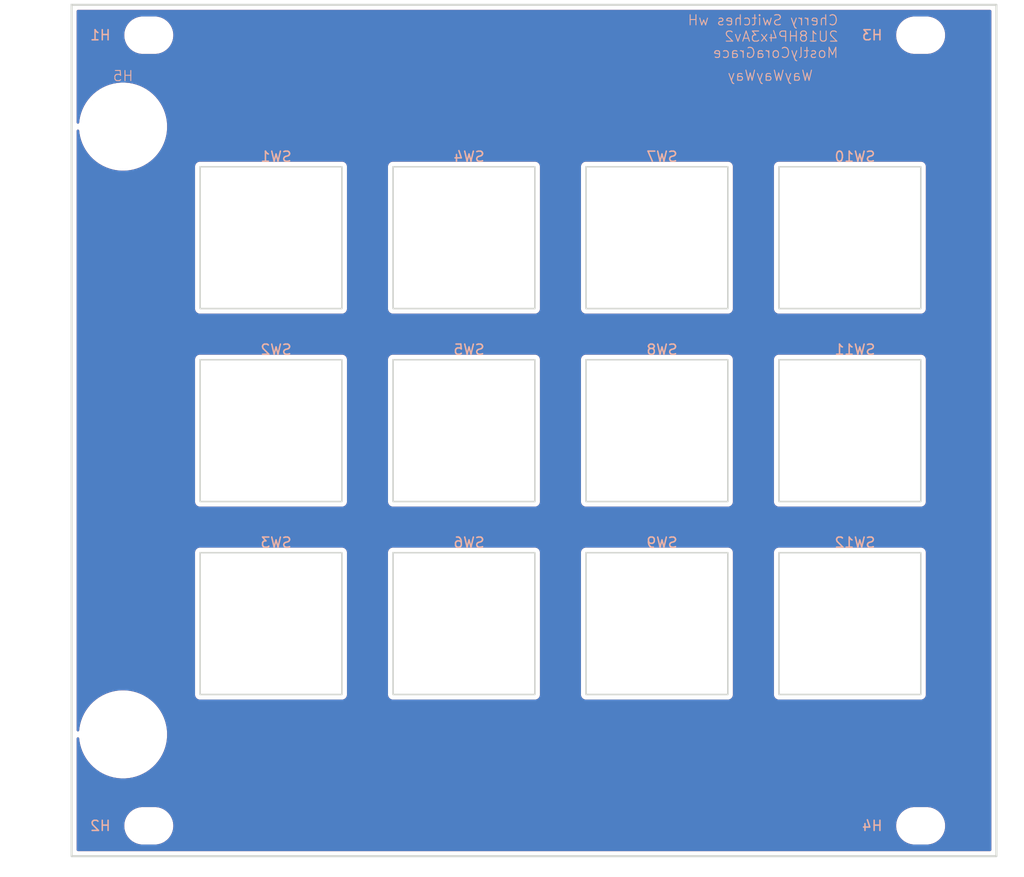
<source format=kicad_pcb>
(kicad_pcb (version 20241229) (generator "pcbnew") (generator_version "9.0")
  (layers (0 "F.Cu" signal) (2 "B.Cu" signal) (13 "F.Paste" user) (15 "B.Paste" user) (5 "F.SilkS" user "F.Silkscreen") (7 "B.SilkS" user "B.Silkscreen") (1 "F.Mask" user) (3 "B.Mask" user) (25 "Edge.Cuts" user))
  (net 0 "")
  (footprint "EXC:MountingHole_3.2mm_M3" (layer "F.Cu") (at 7.62 5.425)
    (property "Reference" "H1" (at -3.683 0 0) (layer "B.SilkS") (effects (justify left mirror)))
    (property "Value" "Eurorack_M3_MountingHole")
    (pad "" np_thru_hole oval (at 0 0) (size 4.34 3.2) (drill oval 4.34 3.2) (layers "*.Cu" "*.Mask"))
  )
  (footprint "EXC:Handle_2UM4P60_B" (layer "F.Cu") (at 5.08 14.45)
    (property "Reference" "H5" (at 0 -5 0) (layer "B.SilkS") (effects (font (thickness 0.1)) (justify mirror)))
    (property "Value" "Handle_2UM4P60_PanelMount_B")
    (pad "" np_thru_hole circle (at 0 0) (size 8.2 8.2) (drill 8.2) (layers "*.Cu" "*.Mask"))
    (pad "" np_thru_hole circle (at 0 60) (size 8.2 8.2) (drill 8.2) (layers "*.Cu" "*.Mask"))
  )
  (footprint "EXC:MountingHole_3.2mm_M3" (layer "F.Cu") (at 7.62 83.475)
    (property "Reference" "H2" (at -3.683 0 0) (layer "B.SilkS") (effects (justify left mirror)))
    (property "Value" "Eurorack_M3_MountingHole")
    (pad "" np_thru_hole oval (at 0 0) (size 4.34 3.2) (drill oval 4.34 3.2) (layers "*.Cu" "*.Mask"))
  )
  (footprint "EXC:SW_Cherry_MX_1.00u_Mount" (layer "F.Cu") (at 38.735 63.5125)
    (property "Reference" "SW6" (at 0.5 -8 0) (layer "B.SilkS") (effects (justify mirror)))
    (property "Value" "SW_SPST_MOUNT")
    (fp_rect (start -7 -7) (end 7 7) (stroke (width 0.15)) (fill no) (layer "Edge.Cuts"))
  )
  (footprint "EXC:SW_Cherry_MX_1.00u_Mount" (layer "F.Cu") (at 38.735 44.4625)
    (property "Reference" "SW5" (at 0.5 -8 0) (layer "B.SilkS") (effects (justify mirror)))
    (property "Value" "SW_SPST_MOUNT")
    (fp_rect (start -7 -7) (end 7 7) (stroke (width 0.15)) (fill no) (layer "Edge.Cuts"))
  )
  (footprint "EXC:SW_Cherry_MX_1.00u_Mount" (layer "F.Cu") (at 57.785 63.5125)
    (property "Reference" "SW9" (at 0.5 -8 0) (layer "B.SilkS") (effects (justify mirror)))
    (property "Value" "SW_SPST_MOUNT")
    (fp_rect (start -7 -7) (end 7 7) (stroke (width 0.15)) (fill no) (layer "Edge.Cuts"))
  )
  (footprint "EXC:SW_Cherry_MX_1.00u_Mount" (layer "F.Cu") (at 19.685 25.4125)
    (property "Reference" "SW1" (at 0.5 -8 0) (layer "B.SilkS") (effects (justify mirror)))
    (property "Value" "SW_SPST_MOUNT")
    (fp_rect (start -7 -7) (end 7 7) (stroke (width 0.15)) (fill no) (layer "Edge.Cuts"))
  )
  (footprint "EXC:SW_Cherry_MX_1.00u_Mount" (layer "F.Cu") (at 57.785 25.4125)
    (property "Reference" "SW7" (at 0.5 -8 0) (layer "B.SilkS") (effects (justify mirror)))
    (property "Value" "SW_SPST_MOUNT")
    (fp_rect (start -7 -7) (end 7 7) (stroke (width 0.15)) (fill no) (layer "Edge.Cuts"))
  )
  (footprint "EXC:SW_Cherry_MX_1.00u_Mount" (layer "F.Cu") (at 76.835 25.4125)
    (property "Reference" "SW10" (at 0.5 -8 0) (layer "B.SilkS") (effects (justify mirror)))
    (property "Value" "SW_SPST_MOUNT")
    (fp_rect (start -7 -7) (end 7 7) (stroke (width 0.15)) (fill no) (layer "Edge.Cuts"))
  )
  (footprint "EXC:SW_Cherry_MX_1.00u_Mount" (layer "F.Cu") (at 19.685 44.4625)
    (property "Reference" "SW2" (at 0.5 -8 0) (layer "B.SilkS") (effects (justify mirror)))
    (property "Value" "SW_SPST_MOUNT")
    (fp_rect (start -7 -7) (end 7 7) (stroke (width 0.15)) (fill no) (layer "Edge.Cuts"))
  )
  (footprint "EXC:SW_Cherry_MX_1.00u_Mount" (layer "F.Cu") (at 76.835 63.5125)
    (property "Reference" "SW12" (at 0.5 -8 0) (layer "B.SilkS") (effects (justify mirror)))
    (property "Value" "SW_SPST_MOUNT")
    (fp_rect (start -7 -7) (end 7 7) (stroke (width 0.15)) (fill no) (layer "Edge.Cuts"))
  )
  (footprint "EXC:MountingHole_3.2mm_M3" (layer "F.Cu") (at 83.82 83.475)
    (property "Reference" "H4" (at -3.683 0 0) (layer "B.SilkS") (effects (justify left mirror)))
    (property "Value" "Eurorack_M3_MountingHole")
    (pad "" np_thru_hole oval (at 0 0) (size 4.34 3.2) (drill oval 4.34 3.2) (layers "*.Cu" "*.Mask"))
  )
  (footprint "EXC:SW_Cherry_MX_1.00u_Mount" (layer "F.Cu") (at 38.735 25.4125)
    (property "Reference" "SW4" (at 0.5 -8 0) (layer "B.SilkS") (effects (justify mirror)))
    (property "Value" "SW_SPST_MOUNT")
    (fp_rect (start -7 -7) (end 7 7) (stroke (width 0.15)) (fill no) (layer "Edge.Cuts"))
  )
  (footprint "EXC:SW_Cherry_MX_1.00u_Mount" (layer "F.Cu") (at 19.685 63.5125)
    (property "Reference" "SW3" (at 0.5 -8 0) (layer "B.SilkS") (effects (justify mirror)))
    (property "Value" "SW_SPST_MOUNT")
    (fp_rect (start -7 -7) (end 7 7) (stroke (width 0.15)) (fill no) (layer "Edge.Cuts"))
  )
  (footprint "EXC:MountingHole_3.2mm_M3" (layer "F.Cu") (at 83.82 5.425)
    (property "Reference" "H3" (at -3.683 0 0) (layer "B.SilkS") (effects (justify left mirror)))
    (property "Value" "Eurorack_M3_MountingHole")
    (pad "" np_thru_hole oval (at 0 0) (size 4.34 3.2) (drill oval 4.34 3.2) (layers "*.Cu" "*.Mask"))
  )
  (footprint "EXC:SW_Cherry_MX_1.00u_Mount" (layer "F.Cu") (at 76.835 44.4625)
    (property "Reference" "SW11" (at 0.5 -8 0) (layer "B.SilkS") (effects (justify mirror)))
    (property "Value" "SW_SPST_MOUNT")
    (fp_rect (start -7 -7) (end 7 7) (stroke (width 0.15)) (fill no) (layer "Edge.Cuts"))
  )
  (footprint "EXC:SW_Cherry_MX_1.00u_Mount" (layer "F.Cu") (at 57.785 44.4625)
    (property "Reference" "SW8" (at 0.5 -8 0) (layer "B.SilkS") (effects (justify mirror)))
    (property "Value" "SW_SPST_MOUNT")
    (fp_rect (start -7 -7) (end 7 7) (stroke (width 0.15)) (fill no) (layer "Edge.Cuts"))
  )
  (gr_rect (start 0 2.425) (end 91.3 86.475) (stroke (width 0.2)) (fill no) (layer "Edge.Cuts"))
  (gr_text "Cherry Switches wH\n2U18HP4x3Av2\nMostlyCoraGrace" (at 75.75 7.75 0) (layer "B.SilkS") (effects (font (size 1 1) (thickness 0.1)) (justify left bottom mirror)))
  (gr_text "WayWayWay" (at 73.25 10 0) (layer "B.SilkS") (effects (font (size 1 1) (thickness 0.1)) (justify left bottom mirror)))
  (zone (net 0) (net_name "") (layers "F.Cu" "B.Cu") (connect_pads (clearance 0.5)) (min_thickness 0.25) (fill yes (thermal_gap 0.5) (thermal_bridge_width 0.5) (island_removal_mode 1) (island_area_min 10))
    (polygon (pts (xy 0 2.425) (xy 91.3 2.425) (xy 91.3 86.475) (xy 0 86.475)))
  )
)
</source>
